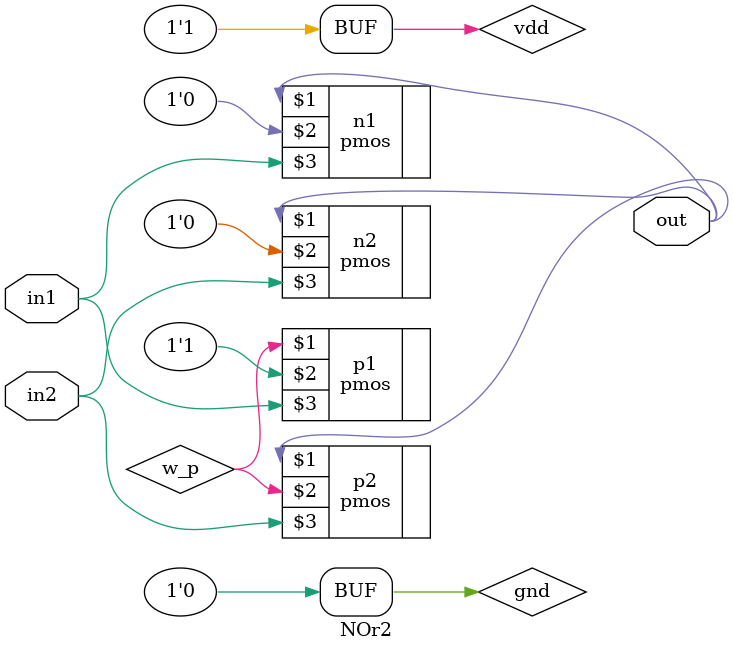
<source format=sv>
/* 2-input NOR
 *
 *
 * <script type="WaveDrom">
 * { assign:[
 *   ["out",
 *     ["~|", "in1", "in2"]
 *   ]
 * ]}
 * </script>
 *
 * <pre> 
 *              -------------+------ vdd
 *                           |
 *  in1 ---+--------------o| p1
 *         |                 |
 *  in2 -------------+----o| p2
 *         |         |       |
 *         |    +------------+------ out
 *         |    |    |       |
 *         +--| n1   +-----| n2
 *              |            |
 *           ---+------------+---- gnd
 * </pre>
 */

module NOr2 (
    input  wire in1,
    input  wire in2,
    output wire out
);

    supply1 vdd;
    supply0 gnd;

    wire w_p; // connects 2 pmos transistors

    // nmos drain source gate
    pmos n1(out,  gnd,   in1);
    pmos n2(out,  gnd,   in2);

    // pmos drain source gate
    pmos p1(w_p,  vdd,   in1);
    pmos p2(out,  w_p,   in2);

endmodule

</source>
